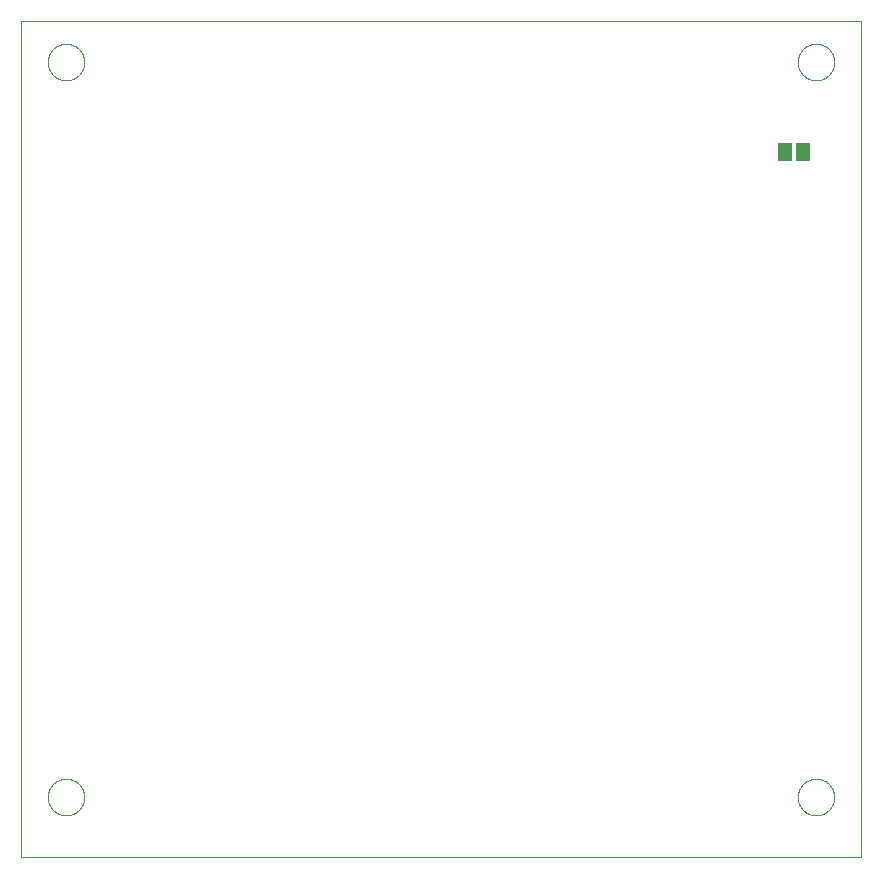
<source format=gbp>
G75*
%MOIN*%
%OFA0B0*%
%FSLAX25Y25*%
%IPPOS*%
%LPD*%
%AMOC8*
5,1,8,0,0,1.08239X$1,22.5*
%
%ADD10C,0.00000*%
%ADD11R,0.04600X0.06300*%
D10*
X0001600Y0012379D02*
X0001600Y0291080D01*
X0281521Y0291080D01*
X0281521Y0012379D01*
X0001600Y0012379D01*
X0010498Y0032379D02*
X0010500Y0032535D01*
X0010506Y0032691D01*
X0010516Y0032846D01*
X0010530Y0033001D01*
X0010548Y0033156D01*
X0010570Y0033310D01*
X0010595Y0033464D01*
X0010625Y0033617D01*
X0010659Y0033769D01*
X0010696Y0033921D01*
X0010737Y0034071D01*
X0010782Y0034220D01*
X0010831Y0034368D01*
X0010884Y0034515D01*
X0010940Y0034660D01*
X0011000Y0034804D01*
X0011064Y0034946D01*
X0011132Y0035087D01*
X0011203Y0035225D01*
X0011277Y0035362D01*
X0011355Y0035497D01*
X0011436Y0035630D01*
X0011521Y0035761D01*
X0011609Y0035890D01*
X0011700Y0036016D01*
X0011795Y0036140D01*
X0011892Y0036261D01*
X0011993Y0036380D01*
X0012097Y0036497D01*
X0012203Y0036610D01*
X0012313Y0036721D01*
X0012425Y0036829D01*
X0012540Y0036934D01*
X0012658Y0037037D01*
X0012778Y0037136D01*
X0012901Y0037232D01*
X0013026Y0037325D01*
X0013153Y0037414D01*
X0013283Y0037501D01*
X0013415Y0037584D01*
X0013549Y0037663D01*
X0013685Y0037740D01*
X0013823Y0037812D01*
X0013962Y0037882D01*
X0014104Y0037947D01*
X0014247Y0038009D01*
X0014391Y0038067D01*
X0014537Y0038122D01*
X0014685Y0038173D01*
X0014833Y0038220D01*
X0014983Y0038263D01*
X0015134Y0038302D01*
X0015286Y0038338D01*
X0015438Y0038369D01*
X0015592Y0038397D01*
X0015746Y0038421D01*
X0015900Y0038441D01*
X0016055Y0038457D01*
X0016211Y0038469D01*
X0016366Y0038477D01*
X0016522Y0038481D01*
X0016678Y0038481D01*
X0016834Y0038477D01*
X0016989Y0038469D01*
X0017145Y0038457D01*
X0017300Y0038441D01*
X0017454Y0038421D01*
X0017608Y0038397D01*
X0017762Y0038369D01*
X0017914Y0038338D01*
X0018066Y0038302D01*
X0018217Y0038263D01*
X0018367Y0038220D01*
X0018515Y0038173D01*
X0018663Y0038122D01*
X0018809Y0038067D01*
X0018953Y0038009D01*
X0019096Y0037947D01*
X0019238Y0037882D01*
X0019377Y0037812D01*
X0019515Y0037740D01*
X0019651Y0037663D01*
X0019785Y0037584D01*
X0019917Y0037501D01*
X0020047Y0037414D01*
X0020174Y0037325D01*
X0020299Y0037232D01*
X0020422Y0037136D01*
X0020542Y0037037D01*
X0020660Y0036934D01*
X0020775Y0036829D01*
X0020887Y0036721D01*
X0020997Y0036610D01*
X0021103Y0036497D01*
X0021207Y0036380D01*
X0021308Y0036261D01*
X0021405Y0036140D01*
X0021500Y0036016D01*
X0021591Y0035890D01*
X0021679Y0035761D01*
X0021764Y0035630D01*
X0021845Y0035497D01*
X0021923Y0035362D01*
X0021997Y0035225D01*
X0022068Y0035087D01*
X0022136Y0034946D01*
X0022200Y0034804D01*
X0022260Y0034660D01*
X0022316Y0034515D01*
X0022369Y0034368D01*
X0022418Y0034220D01*
X0022463Y0034071D01*
X0022504Y0033921D01*
X0022541Y0033769D01*
X0022575Y0033617D01*
X0022605Y0033464D01*
X0022630Y0033310D01*
X0022652Y0033156D01*
X0022670Y0033001D01*
X0022684Y0032846D01*
X0022694Y0032691D01*
X0022700Y0032535D01*
X0022702Y0032379D01*
X0022700Y0032223D01*
X0022694Y0032067D01*
X0022684Y0031912D01*
X0022670Y0031757D01*
X0022652Y0031602D01*
X0022630Y0031448D01*
X0022605Y0031294D01*
X0022575Y0031141D01*
X0022541Y0030989D01*
X0022504Y0030837D01*
X0022463Y0030687D01*
X0022418Y0030538D01*
X0022369Y0030390D01*
X0022316Y0030243D01*
X0022260Y0030098D01*
X0022200Y0029954D01*
X0022136Y0029812D01*
X0022068Y0029671D01*
X0021997Y0029533D01*
X0021923Y0029396D01*
X0021845Y0029261D01*
X0021764Y0029128D01*
X0021679Y0028997D01*
X0021591Y0028868D01*
X0021500Y0028742D01*
X0021405Y0028618D01*
X0021308Y0028497D01*
X0021207Y0028378D01*
X0021103Y0028261D01*
X0020997Y0028148D01*
X0020887Y0028037D01*
X0020775Y0027929D01*
X0020660Y0027824D01*
X0020542Y0027721D01*
X0020422Y0027622D01*
X0020299Y0027526D01*
X0020174Y0027433D01*
X0020047Y0027344D01*
X0019917Y0027257D01*
X0019785Y0027174D01*
X0019651Y0027095D01*
X0019515Y0027018D01*
X0019377Y0026946D01*
X0019238Y0026876D01*
X0019096Y0026811D01*
X0018953Y0026749D01*
X0018809Y0026691D01*
X0018663Y0026636D01*
X0018515Y0026585D01*
X0018367Y0026538D01*
X0018217Y0026495D01*
X0018066Y0026456D01*
X0017914Y0026420D01*
X0017762Y0026389D01*
X0017608Y0026361D01*
X0017454Y0026337D01*
X0017300Y0026317D01*
X0017145Y0026301D01*
X0016989Y0026289D01*
X0016834Y0026281D01*
X0016678Y0026277D01*
X0016522Y0026277D01*
X0016366Y0026281D01*
X0016211Y0026289D01*
X0016055Y0026301D01*
X0015900Y0026317D01*
X0015746Y0026337D01*
X0015592Y0026361D01*
X0015438Y0026389D01*
X0015286Y0026420D01*
X0015134Y0026456D01*
X0014983Y0026495D01*
X0014833Y0026538D01*
X0014685Y0026585D01*
X0014537Y0026636D01*
X0014391Y0026691D01*
X0014247Y0026749D01*
X0014104Y0026811D01*
X0013962Y0026876D01*
X0013823Y0026946D01*
X0013685Y0027018D01*
X0013549Y0027095D01*
X0013415Y0027174D01*
X0013283Y0027257D01*
X0013153Y0027344D01*
X0013026Y0027433D01*
X0012901Y0027526D01*
X0012778Y0027622D01*
X0012658Y0027721D01*
X0012540Y0027824D01*
X0012425Y0027929D01*
X0012313Y0028037D01*
X0012203Y0028148D01*
X0012097Y0028261D01*
X0011993Y0028378D01*
X0011892Y0028497D01*
X0011795Y0028618D01*
X0011700Y0028742D01*
X0011609Y0028868D01*
X0011521Y0028997D01*
X0011436Y0029128D01*
X0011355Y0029261D01*
X0011277Y0029396D01*
X0011203Y0029533D01*
X0011132Y0029671D01*
X0011064Y0029812D01*
X0011000Y0029954D01*
X0010940Y0030098D01*
X0010884Y0030243D01*
X0010831Y0030390D01*
X0010782Y0030538D01*
X0010737Y0030687D01*
X0010696Y0030837D01*
X0010659Y0030989D01*
X0010625Y0031141D01*
X0010595Y0031294D01*
X0010570Y0031448D01*
X0010548Y0031602D01*
X0010530Y0031757D01*
X0010516Y0031912D01*
X0010506Y0032067D01*
X0010500Y0032223D01*
X0010498Y0032379D01*
X0010498Y0277379D02*
X0010500Y0277535D01*
X0010506Y0277691D01*
X0010516Y0277846D01*
X0010530Y0278001D01*
X0010548Y0278156D01*
X0010570Y0278310D01*
X0010595Y0278464D01*
X0010625Y0278617D01*
X0010659Y0278769D01*
X0010696Y0278921D01*
X0010737Y0279071D01*
X0010782Y0279220D01*
X0010831Y0279368D01*
X0010884Y0279515D01*
X0010940Y0279660D01*
X0011000Y0279804D01*
X0011064Y0279946D01*
X0011132Y0280087D01*
X0011203Y0280225D01*
X0011277Y0280362D01*
X0011355Y0280497D01*
X0011436Y0280630D01*
X0011521Y0280761D01*
X0011609Y0280890D01*
X0011700Y0281016D01*
X0011795Y0281140D01*
X0011892Y0281261D01*
X0011993Y0281380D01*
X0012097Y0281497D01*
X0012203Y0281610D01*
X0012313Y0281721D01*
X0012425Y0281829D01*
X0012540Y0281934D01*
X0012658Y0282037D01*
X0012778Y0282136D01*
X0012901Y0282232D01*
X0013026Y0282325D01*
X0013153Y0282414D01*
X0013283Y0282501D01*
X0013415Y0282584D01*
X0013549Y0282663D01*
X0013685Y0282740D01*
X0013823Y0282812D01*
X0013962Y0282882D01*
X0014104Y0282947D01*
X0014247Y0283009D01*
X0014391Y0283067D01*
X0014537Y0283122D01*
X0014685Y0283173D01*
X0014833Y0283220D01*
X0014983Y0283263D01*
X0015134Y0283302D01*
X0015286Y0283338D01*
X0015438Y0283369D01*
X0015592Y0283397D01*
X0015746Y0283421D01*
X0015900Y0283441D01*
X0016055Y0283457D01*
X0016211Y0283469D01*
X0016366Y0283477D01*
X0016522Y0283481D01*
X0016678Y0283481D01*
X0016834Y0283477D01*
X0016989Y0283469D01*
X0017145Y0283457D01*
X0017300Y0283441D01*
X0017454Y0283421D01*
X0017608Y0283397D01*
X0017762Y0283369D01*
X0017914Y0283338D01*
X0018066Y0283302D01*
X0018217Y0283263D01*
X0018367Y0283220D01*
X0018515Y0283173D01*
X0018663Y0283122D01*
X0018809Y0283067D01*
X0018953Y0283009D01*
X0019096Y0282947D01*
X0019238Y0282882D01*
X0019377Y0282812D01*
X0019515Y0282740D01*
X0019651Y0282663D01*
X0019785Y0282584D01*
X0019917Y0282501D01*
X0020047Y0282414D01*
X0020174Y0282325D01*
X0020299Y0282232D01*
X0020422Y0282136D01*
X0020542Y0282037D01*
X0020660Y0281934D01*
X0020775Y0281829D01*
X0020887Y0281721D01*
X0020997Y0281610D01*
X0021103Y0281497D01*
X0021207Y0281380D01*
X0021308Y0281261D01*
X0021405Y0281140D01*
X0021500Y0281016D01*
X0021591Y0280890D01*
X0021679Y0280761D01*
X0021764Y0280630D01*
X0021845Y0280497D01*
X0021923Y0280362D01*
X0021997Y0280225D01*
X0022068Y0280087D01*
X0022136Y0279946D01*
X0022200Y0279804D01*
X0022260Y0279660D01*
X0022316Y0279515D01*
X0022369Y0279368D01*
X0022418Y0279220D01*
X0022463Y0279071D01*
X0022504Y0278921D01*
X0022541Y0278769D01*
X0022575Y0278617D01*
X0022605Y0278464D01*
X0022630Y0278310D01*
X0022652Y0278156D01*
X0022670Y0278001D01*
X0022684Y0277846D01*
X0022694Y0277691D01*
X0022700Y0277535D01*
X0022702Y0277379D01*
X0022700Y0277223D01*
X0022694Y0277067D01*
X0022684Y0276912D01*
X0022670Y0276757D01*
X0022652Y0276602D01*
X0022630Y0276448D01*
X0022605Y0276294D01*
X0022575Y0276141D01*
X0022541Y0275989D01*
X0022504Y0275837D01*
X0022463Y0275687D01*
X0022418Y0275538D01*
X0022369Y0275390D01*
X0022316Y0275243D01*
X0022260Y0275098D01*
X0022200Y0274954D01*
X0022136Y0274812D01*
X0022068Y0274671D01*
X0021997Y0274533D01*
X0021923Y0274396D01*
X0021845Y0274261D01*
X0021764Y0274128D01*
X0021679Y0273997D01*
X0021591Y0273868D01*
X0021500Y0273742D01*
X0021405Y0273618D01*
X0021308Y0273497D01*
X0021207Y0273378D01*
X0021103Y0273261D01*
X0020997Y0273148D01*
X0020887Y0273037D01*
X0020775Y0272929D01*
X0020660Y0272824D01*
X0020542Y0272721D01*
X0020422Y0272622D01*
X0020299Y0272526D01*
X0020174Y0272433D01*
X0020047Y0272344D01*
X0019917Y0272257D01*
X0019785Y0272174D01*
X0019651Y0272095D01*
X0019515Y0272018D01*
X0019377Y0271946D01*
X0019238Y0271876D01*
X0019096Y0271811D01*
X0018953Y0271749D01*
X0018809Y0271691D01*
X0018663Y0271636D01*
X0018515Y0271585D01*
X0018367Y0271538D01*
X0018217Y0271495D01*
X0018066Y0271456D01*
X0017914Y0271420D01*
X0017762Y0271389D01*
X0017608Y0271361D01*
X0017454Y0271337D01*
X0017300Y0271317D01*
X0017145Y0271301D01*
X0016989Y0271289D01*
X0016834Y0271281D01*
X0016678Y0271277D01*
X0016522Y0271277D01*
X0016366Y0271281D01*
X0016211Y0271289D01*
X0016055Y0271301D01*
X0015900Y0271317D01*
X0015746Y0271337D01*
X0015592Y0271361D01*
X0015438Y0271389D01*
X0015286Y0271420D01*
X0015134Y0271456D01*
X0014983Y0271495D01*
X0014833Y0271538D01*
X0014685Y0271585D01*
X0014537Y0271636D01*
X0014391Y0271691D01*
X0014247Y0271749D01*
X0014104Y0271811D01*
X0013962Y0271876D01*
X0013823Y0271946D01*
X0013685Y0272018D01*
X0013549Y0272095D01*
X0013415Y0272174D01*
X0013283Y0272257D01*
X0013153Y0272344D01*
X0013026Y0272433D01*
X0012901Y0272526D01*
X0012778Y0272622D01*
X0012658Y0272721D01*
X0012540Y0272824D01*
X0012425Y0272929D01*
X0012313Y0273037D01*
X0012203Y0273148D01*
X0012097Y0273261D01*
X0011993Y0273378D01*
X0011892Y0273497D01*
X0011795Y0273618D01*
X0011700Y0273742D01*
X0011609Y0273868D01*
X0011521Y0273997D01*
X0011436Y0274128D01*
X0011355Y0274261D01*
X0011277Y0274396D01*
X0011203Y0274533D01*
X0011132Y0274671D01*
X0011064Y0274812D01*
X0011000Y0274954D01*
X0010940Y0275098D01*
X0010884Y0275243D01*
X0010831Y0275390D01*
X0010782Y0275538D01*
X0010737Y0275687D01*
X0010696Y0275837D01*
X0010659Y0275989D01*
X0010625Y0276141D01*
X0010595Y0276294D01*
X0010570Y0276448D01*
X0010548Y0276602D01*
X0010530Y0276757D01*
X0010516Y0276912D01*
X0010506Y0277067D01*
X0010500Y0277223D01*
X0010498Y0277379D01*
X0260498Y0277379D02*
X0260500Y0277535D01*
X0260506Y0277691D01*
X0260516Y0277846D01*
X0260530Y0278001D01*
X0260548Y0278156D01*
X0260570Y0278310D01*
X0260595Y0278464D01*
X0260625Y0278617D01*
X0260659Y0278769D01*
X0260696Y0278921D01*
X0260737Y0279071D01*
X0260782Y0279220D01*
X0260831Y0279368D01*
X0260884Y0279515D01*
X0260940Y0279660D01*
X0261000Y0279804D01*
X0261064Y0279946D01*
X0261132Y0280087D01*
X0261203Y0280225D01*
X0261277Y0280362D01*
X0261355Y0280497D01*
X0261436Y0280630D01*
X0261521Y0280761D01*
X0261609Y0280890D01*
X0261700Y0281016D01*
X0261795Y0281140D01*
X0261892Y0281261D01*
X0261993Y0281380D01*
X0262097Y0281497D01*
X0262203Y0281610D01*
X0262313Y0281721D01*
X0262425Y0281829D01*
X0262540Y0281934D01*
X0262658Y0282037D01*
X0262778Y0282136D01*
X0262901Y0282232D01*
X0263026Y0282325D01*
X0263153Y0282414D01*
X0263283Y0282501D01*
X0263415Y0282584D01*
X0263549Y0282663D01*
X0263685Y0282740D01*
X0263823Y0282812D01*
X0263962Y0282882D01*
X0264104Y0282947D01*
X0264247Y0283009D01*
X0264391Y0283067D01*
X0264537Y0283122D01*
X0264685Y0283173D01*
X0264833Y0283220D01*
X0264983Y0283263D01*
X0265134Y0283302D01*
X0265286Y0283338D01*
X0265438Y0283369D01*
X0265592Y0283397D01*
X0265746Y0283421D01*
X0265900Y0283441D01*
X0266055Y0283457D01*
X0266211Y0283469D01*
X0266366Y0283477D01*
X0266522Y0283481D01*
X0266678Y0283481D01*
X0266834Y0283477D01*
X0266989Y0283469D01*
X0267145Y0283457D01*
X0267300Y0283441D01*
X0267454Y0283421D01*
X0267608Y0283397D01*
X0267762Y0283369D01*
X0267914Y0283338D01*
X0268066Y0283302D01*
X0268217Y0283263D01*
X0268367Y0283220D01*
X0268515Y0283173D01*
X0268663Y0283122D01*
X0268809Y0283067D01*
X0268953Y0283009D01*
X0269096Y0282947D01*
X0269238Y0282882D01*
X0269377Y0282812D01*
X0269515Y0282740D01*
X0269651Y0282663D01*
X0269785Y0282584D01*
X0269917Y0282501D01*
X0270047Y0282414D01*
X0270174Y0282325D01*
X0270299Y0282232D01*
X0270422Y0282136D01*
X0270542Y0282037D01*
X0270660Y0281934D01*
X0270775Y0281829D01*
X0270887Y0281721D01*
X0270997Y0281610D01*
X0271103Y0281497D01*
X0271207Y0281380D01*
X0271308Y0281261D01*
X0271405Y0281140D01*
X0271500Y0281016D01*
X0271591Y0280890D01*
X0271679Y0280761D01*
X0271764Y0280630D01*
X0271845Y0280497D01*
X0271923Y0280362D01*
X0271997Y0280225D01*
X0272068Y0280087D01*
X0272136Y0279946D01*
X0272200Y0279804D01*
X0272260Y0279660D01*
X0272316Y0279515D01*
X0272369Y0279368D01*
X0272418Y0279220D01*
X0272463Y0279071D01*
X0272504Y0278921D01*
X0272541Y0278769D01*
X0272575Y0278617D01*
X0272605Y0278464D01*
X0272630Y0278310D01*
X0272652Y0278156D01*
X0272670Y0278001D01*
X0272684Y0277846D01*
X0272694Y0277691D01*
X0272700Y0277535D01*
X0272702Y0277379D01*
X0272700Y0277223D01*
X0272694Y0277067D01*
X0272684Y0276912D01*
X0272670Y0276757D01*
X0272652Y0276602D01*
X0272630Y0276448D01*
X0272605Y0276294D01*
X0272575Y0276141D01*
X0272541Y0275989D01*
X0272504Y0275837D01*
X0272463Y0275687D01*
X0272418Y0275538D01*
X0272369Y0275390D01*
X0272316Y0275243D01*
X0272260Y0275098D01*
X0272200Y0274954D01*
X0272136Y0274812D01*
X0272068Y0274671D01*
X0271997Y0274533D01*
X0271923Y0274396D01*
X0271845Y0274261D01*
X0271764Y0274128D01*
X0271679Y0273997D01*
X0271591Y0273868D01*
X0271500Y0273742D01*
X0271405Y0273618D01*
X0271308Y0273497D01*
X0271207Y0273378D01*
X0271103Y0273261D01*
X0270997Y0273148D01*
X0270887Y0273037D01*
X0270775Y0272929D01*
X0270660Y0272824D01*
X0270542Y0272721D01*
X0270422Y0272622D01*
X0270299Y0272526D01*
X0270174Y0272433D01*
X0270047Y0272344D01*
X0269917Y0272257D01*
X0269785Y0272174D01*
X0269651Y0272095D01*
X0269515Y0272018D01*
X0269377Y0271946D01*
X0269238Y0271876D01*
X0269096Y0271811D01*
X0268953Y0271749D01*
X0268809Y0271691D01*
X0268663Y0271636D01*
X0268515Y0271585D01*
X0268367Y0271538D01*
X0268217Y0271495D01*
X0268066Y0271456D01*
X0267914Y0271420D01*
X0267762Y0271389D01*
X0267608Y0271361D01*
X0267454Y0271337D01*
X0267300Y0271317D01*
X0267145Y0271301D01*
X0266989Y0271289D01*
X0266834Y0271281D01*
X0266678Y0271277D01*
X0266522Y0271277D01*
X0266366Y0271281D01*
X0266211Y0271289D01*
X0266055Y0271301D01*
X0265900Y0271317D01*
X0265746Y0271337D01*
X0265592Y0271361D01*
X0265438Y0271389D01*
X0265286Y0271420D01*
X0265134Y0271456D01*
X0264983Y0271495D01*
X0264833Y0271538D01*
X0264685Y0271585D01*
X0264537Y0271636D01*
X0264391Y0271691D01*
X0264247Y0271749D01*
X0264104Y0271811D01*
X0263962Y0271876D01*
X0263823Y0271946D01*
X0263685Y0272018D01*
X0263549Y0272095D01*
X0263415Y0272174D01*
X0263283Y0272257D01*
X0263153Y0272344D01*
X0263026Y0272433D01*
X0262901Y0272526D01*
X0262778Y0272622D01*
X0262658Y0272721D01*
X0262540Y0272824D01*
X0262425Y0272929D01*
X0262313Y0273037D01*
X0262203Y0273148D01*
X0262097Y0273261D01*
X0261993Y0273378D01*
X0261892Y0273497D01*
X0261795Y0273618D01*
X0261700Y0273742D01*
X0261609Y0273868D01*
X0261521Y0273997D01*
X0261436Y0274128D01*
X0261355Y0274261D01*
X0261277Y0274396D01*
X0261203Y0274533D01*
X0261132Y0274671D01*
X0261064Y0274812D01*
X0261000Y0274954D01*
X0260940Y0275098D01*
X0260884Y0275243D01*
X0260831Y0275390D01*
X0260782Y0275538D01*
X0260737Y0275687D01*
X0260696Y0275837D01*
X0260659Y0275989D01*
X0260625Y0276141D01*
X0260595Y0276294D01*
X0260570Y0276448D01*
X0260548Y0276602D01*
X0260530Y0276757D01*
X0260516Y0276912D01*
X0260506Y0277067D01*
X0260500Y0277223D01*
X0260498Y0277379D01*
X0260498Y0032379D02*
X0260500Y0032535D01*
X0260506Y0032691D01*
X0260516Y0032846D01*
X0260530Y0033001D01*
X0260548Y0033156D01*
X0260570Y0033310D01*
X0260595Y0033464D01*
X0260625Y0033617D01*
X0260659Y0033769D01*
X0260696Y0033921D01*
X0260737Y0034071D01*
X0260782Y0034220D01*
X0260831Y0034368D01*
X0260884Y0034515D01*
X0260940Y0034660D01*
X0261000Y0034804D01*
X0261064Y0034946D01*
X0261132Y0035087D01*
X0261203Y0035225D01*
X0261277Y0035362D01*
X0261355Y0035497D01*
X0261436Y0035630D01*
X0261521Y0035761D01*
X0261609Y0035890D01*
X0261700Y0036016D01*
X0261795Y0036140D01*
X0261892Y0036261D01*
X0261993Y0036380D01*
X0262097Y0036497D01*
X0262203Y0036610D01*
X0262313Y0036721D01*
X0262425Y0036829D01*
X0262540Y0036934D01*
X0262658Y0037037D01*
X0262778Y0037136D01*
X0262901Y0037232D01*
X0263026Y0037325D01*
X0263153Y0037414D01*
X0263283Y0037501D01*
X0263415Y0037584D01*
X0263549Y0037663D01*
X0263685Y0037740D01*
X0263823Y0037812D01*
X0263962Y0037882D01*
X0264104Y0037947D01*
X0264247Y0038009D01*
X0264391Y0038067D01*
X0264537Y0038122D01*
X0264685Y0038173D01*
X0264833Y0038220D01*
X0264983Y0038263D01*
X0265134Y0038302D01*
X0265286Y0038338D01*
X0265438Y0038369D01*
X0265592Y0038397D01*
X0265746Y0038421D01*
X0265900Y0038441D01*
X0266055Y0038457D01*
X0266211Y0038469D01*
X0266366Y0038477D01*
X0266522Y0038481D01*
X0266678Y0038481D01*
X0266834Y0038477D01*
X0266989Y0038469D01*
X0267145Y0038457D01*
X0267300Y0038441D01*
X0267454Y0038421D01*
X0267608Y0038397D01*
X0267762Y0038369D01*
X0267914Y0038338D01*
X0268066Y0038302D01*
X0268217Y0038263D01*
X0268367Y0038220D01*
X0268515Y0038173D01*
X0268663Y0038122D01*
X0268809Y0038067D01*
X0268953Y0038009D01*
X0269096Y0037947D01*
X0269238Y0037882D01*
X0269377Y0037812D01*
X0269515Y0037740D01*
X0269651Y0037663D01*
X0269785Y0037584D01*
X0269917Y0037501D01*
X0270047Y0037414D01*
X0270174Y0037325D01*
X0270299Y0037232D01*
X0270422Y0037136D01*
X0270542Y0037037D01*
X0270660Y0036934D01*
X0270775Y0036829D01*
X0270887Y0036721D01*
X0270997Y0036610D01*
X0271103Y0036497D01*
X0271207Y0036380D01*
X0271308Y0036261D01*
X0271405Y0036140D01*
X0271500Y0036016D01*
X0271591Y0035890D01*
X0271679Y0035761D01*
X0271764Y0035630D01*
X0271845Y0035497D01*
X0271923Y0035362D01*
X0271997Y0035225D01*
X0272068Y0035087D01*
X0272136Y0034946D01*
X0272200Y0034804D01*
X0272260Y0034660D01*
X0272316Y0034515D01*
X0272369Y0034368D01*
X0272418Y0034220D01*
X0272463Y0034071D01*
X0272504Y0033921D01*
X0272541Y0033769D01*
X0272575Y0033617D01*
X0272605Y0033464D01*
X0272630Y0033310D01*
X0272652Y0033156D01*
X0272670Y0033001D01*
X0272684Y0032846D01*
X0272694Y0032691D01*
X0272700Y0032535D01*
X0272702Y0032379D01*
X0272700Y0032223D01*
X0272694Y0032067D01*
X0272684Y0031912D01*
X0272670Y0031757D01*
X0272652Y0031602D01*
X0272630Y0031448D01*
X0272605Y0031294D01*
X0272575Y0031141D01*
X0272541Y0030989D01*
X0272504Y0030837D01*
X0272463Y0030687D01*
X0272418Y0030538D01*
X0272369Y0030390D01*
X0272316Y0030243D01*
X0272260Y0030098D01*
X0272200Y0029954D01*
X0272136Y0029812D01*
X0272068Y0029671D01*
X0271997Y0029533D01*
X0271923Y0029396D01*
X0271845Y0029261D01*
X0271764Y0029128D01*
X0271679Y0028997D01*
X0271591Y0028868D01*
X0271500Y0028742D01*
X0271405Y0028618D01*
X0271308Y0028497D01*
X0271207Y0028378D01*
X0271103Y0028261D01*
X0270997Y0028148D01*
X0270887Y0028037D01*
X0270775Y0027929D01*
X0270660Y0027824D01*
X0270542Y0027721D01*
X0270422Y0027622D01*
X0270299Y0027526D01*
X0270174Y0027433D01*
X0270047Y0027344D01*
X0269917Y0027257D01*
X0269785Y0027174D01*
X0269651Y0027095D01*
X0269515Y0027018D01*
X0269377Y0026946D01*
X0269238Y0026876D01*
X0269096Y0026811D01*
X0268953Y0026749D01*
X0268809Y0026691D01*
X0268663Y0026636D01*
X0268515Y0026585D01*
X0268367Y0026538D01*
X0268217Y0026495D01*
X0268066Y0026456D01*
X0267914Y0026420D01*
X0267762Y0026389D01*
X0267608Y0026361D01*
X0267454Y0026337D01*
X0267300Y0026317D01*
X0267145Y0026301D01*
X0266989Y0026289D01*
X0266834Y0026281D01*
X0266678Y0026277D01*
X0266522Y0026277D01*
X0266366Y0026281D01*
X0266211Y0026289D01*
X0266055Y0026301D01*
X0265900Y0026317D01*
X0265746Y0026337D01*
X0265592Y0026361D01*
X0265438Y0026389D01*
X0265286Y0026420D01*
X0265134Y0026456D01*
X0264983Y0026495D01*
X0264833Y0026538D01*
X0264685Y0026585D01*
X0264537Y0026636D01*
X0264391Y0026691D01*
X0264247Y0026749D01*
X0264104Y0026811D01*
X0263962Y0026876D01*
X0263823Y0026946D01*
X0263685Y0027018D01*
X0263549Y0027095D01*
X0263415Y0027174D01*
X0263283Y0027257D01*
X0263153Y0027344D01*
X0263026Y0027433D01*
X0262901Y0027526D01*
X0262778Y0027622D01*
X0262658Y0027721D01*
X0262540Y0027824D01*
X0262425Y0027929D01*
X0262313Y0028037D01*
X0262203Y0028148D01*
X0262097Y0028261D01*
X0261993Y0028378D01*
X0261892Y0028497D01*
X0261795Y0028618D01*
X0261700Y0028742D01*
X0261609Y0028868D01*
X0261521Y0028997D01*
X0261436Y0029128D01*
X0261355Y0029261D01*
X0261277Y0029396D01*
X0261203Y0029533D01*
X0261132Y0029671D01*
X0261064Y0029812D01*
X0261000Y0029954D01*
X0260940Y0030098D01*
X0260884Y0030243D01*
X0260831Y0030390D01*
X0260782Y0030538D01*
X0260737Y0030687D01*
X0260696Y0030837D01*
X0260659Y0030989D01*
X0260625Y0031141D01*
X0260595Y0031294D01*
X0260570Y0031448D01*
X0260548Y0031602D01*
X0260530Y0031757D01*
X0260516Y0031912D01*
X0260506Y0032067D01*
X0260500Y0032223D01*
X0260498Y0032379D01*
D11*
X0262100Y0247379D03*
X0256100Y0247379D03*
M02*

</source>
